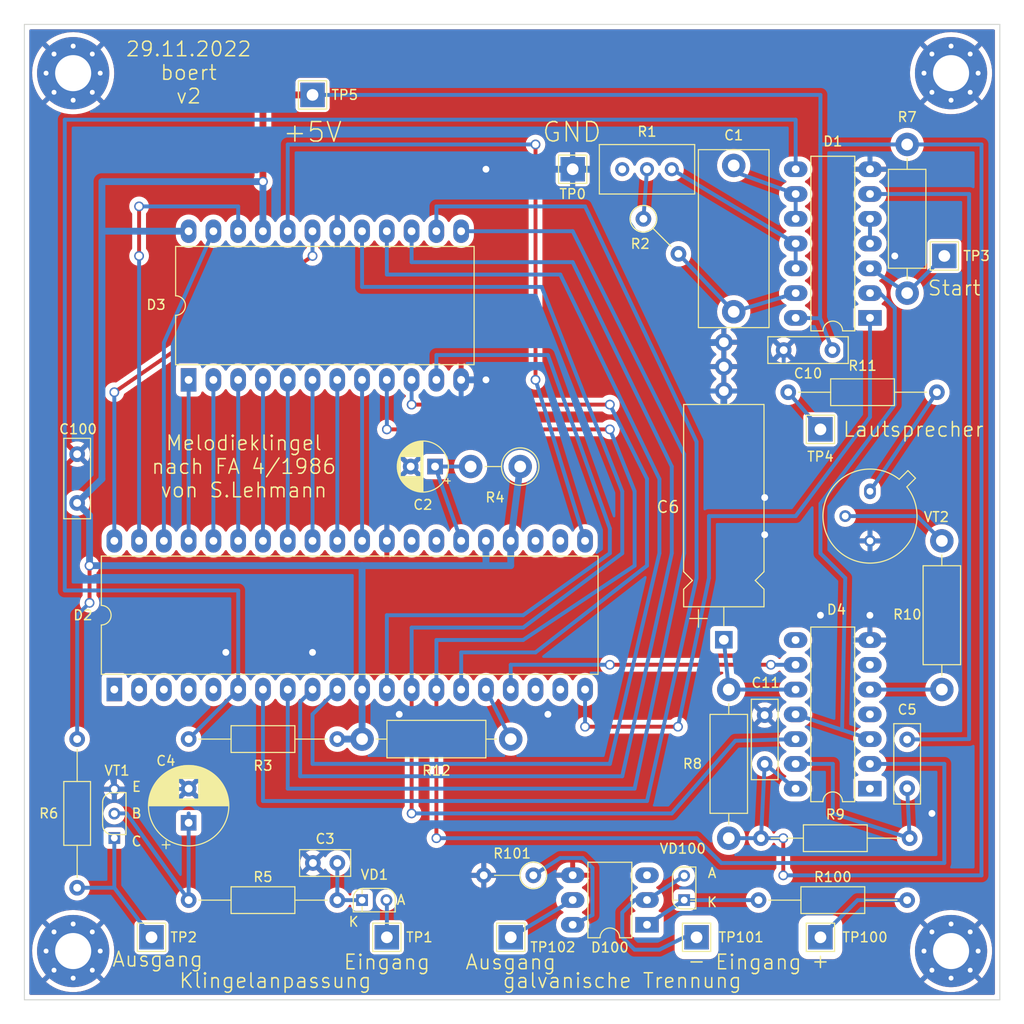
<source format=kicad_pcb>
(kicad_pcb (version 20211014) (generator pcbnew)
  (title_block (title "Melodieklingel") (date "29.11.22") (rev "2") (company "FA 4/86") (comment 1 "boert"))
  (layers (0 "F.Cu" signal) (31 "B.Cu" signal) (34 "B.Paste" user) (35 "F.Paste" user) (36 "B.SilkS" user "B.Silkscreen") (37 "F.SilkS" user "F.Silkscreen") (38 "B.Mask" user) (39 "F.Mask" user) (44 "Edge.Cuts" user))
  (net 0 "")
  (net 1 "GND")
  (net 2 "Net-(C2-Pad1)")
  (net 3 "Net-(C3-Pad1)")
  (net 4 "Net-(C4-Pad1)")
  (net 5 "+5V")
  (net 6 "Net-(C5-Pad2)")
  (net 7 "Net-(R10-Pad2)")
  (net 8 "Net-(R11-Pad1)")
  (net 9 "Net-(D1-Pad1)")
  (net 10 "Net-(TP1-Pad1)")
  (net 11 "/D7")
  (net 12 "/D0")
  (net 13 "/NMI")
  (net 14 "Net-(D1-Pad2)")
  (net 15 "Net-(D1-Pad3)")
  (net 21 "Net-(D1-Pad4)")
  (net 22 "Net-(D1-Pad8)")
  (net 23 "Net-(D2-Pad7)")
  (net 24 "Net-(D2-Pad8)")
  (net 25 "Net-(D2-Pad9)")
  (net 26 "Net-(D2-Pad10)")
  (net 27 "Net-(D2-Pad16)")
  (net 30 "Net-(D2-Pad12)")
  (net 35 "Net-(D2-Pad15)")
  (net 36 "Net-(D2-Pad21)")
  (net 37 "Net-(D2-Pad30)")
  (net 38 "Net-(D2-Pad31)")
  (net 39 "Net-(D2-Pad32)")
  (net 40 "Net-(D2-Pad33)")
  (net 41 "Net-(D2-Pad34)")
  (net 42 "Net-(D2-Pad35)")
  (net 43 "Net-(D2-Pad36)")
  (net 44 "Net-(D2-Pad37)")
  (net 45 "Net-(D2-Pad38)")
  (net 48 "Net-(D4-Pad5)")
  (net 51 "Net-(C1-Pad2)")
  (net 52 "Net-(D2-Pad39)")
  (net 53 "Net-(D2-Pad40)")
  (net 54 "Net-(C5-Pad1)")
  (net 55 "Net-(C1-Pad1)")
  (net 56 "Net-(R6-Pad1)")
  (net 57 "Net-(D1-Pad11)")
  (net 59 "Net-(R1-Pad2)")
  (net 60 "Net-(C6-Pad1)")
  (net 61 "Net-(LS1-Pad2)")
  (net 62 "Net-(D100-Pad1)")
  (net 63 "Net-(D100-Pad2)")
  (net 65 "Net-(D100-Pad6)")
  (net 66 "Net-(R100-Pad2)")
  (net 67 "Net-(D100-Pad5)")
  (footprint "Resistor_THT:R_Axial_DIN0207_L6.3mm_D2.5mm_P15.24mm_Horizontal" (layer "F.Cu") (at 132.08 128.27 180)
    (fp_text reference "R3")
    (fp_text value "330")
  )
  (footprint "Capacitor_THT:CP_Radial_D8.0mm_P3.50mm" (layer "F.Cu") (at 116.84 136.85 90)
    (fp_text reference "C4")
    (fp_text value "100µF")
  )
  (footprint "RFT_sonstiges:D_E-Line_P2.5mm_Vertical" (layer "F.Cu") (at 134.62 144.78)
    (property "Reference" "VD1")
    (property "Value" "SAY17")
    (fp_text reference "VD1")
    (fp_text value "SAY17")
  )
  (footprint "Capacitor_THT:C_Disc_D5.0mm_W2.5mm_P2.50mm" (layer "F.Cu") (at 132.08 140.97 180)
    (fp_text reference "C3")
    (fp_text value "10nF")
  )
  (footprint "MountingHole:MountingHole_3.7mm_Pad_Via" (layer "F.Cu") (at 195 150)
    (fp_text reference "H4" hide)
    (fp_text value "MountingHole_Pad" hide)
  )
  (footprint "Capacitor_THT:CP_Radial_D5.0mm_P2.50mm" (layer "F.Cu") (at 142.102651 100.33 180)
    (property "Reference" "C2")
    (property "Value" "47µF")
    (fp_text reference "C2")
    (fp_text value "47µF")
  )
  (footprint "Resistor_THT:R_Axial_DIN0411_L9.9mm_D3.6mm_P15.24mm_Horizontal" (layer "F.Cu") (at 194.056 123.19 90)
    (fp_text reference "R10")
    (fp_text value "470")
  )
  (footprint "TestPoint:TestPoint_THTPad_2.5x2.5mm_Drill1.2mm" (layer "F.Cu") (at 168.91 148.59)
    (fp_text reference "TP101")
    (fp_text value "-")
  )
  (footprint "MountingHole:MountingHole_3.7mm_Pad_Via" (layer "F.Cu") (at 105 60)
    (fp_text reference "H1" hide)
    (fp_text value "MountingHole_Pad" hide)
  )
  (footprint "Potentiometer_THT:Potentiometer_Bourns_3296W_Vertical" (layer "F.Cu") (at 166.37 69.85)
    (property "Reference" "R1")
    (property "Value" "100")
    (fp_text reference "R1")
    (fp_text value "100")
  )
  (footprint "Capacitor_THT:C_Disc_D8.0mm_W2.5mm_P5.00mm" (layer "F.Cu") (at 177.84 88.392)
    (fp_text reference "C10")
    (fp_text value "33nF")
  )
  (footprint "TestPoint:TestPoint_THTPad_2.5x2.5mm_Drill1.2mm" (layer "F.Cu") (at 156.21 69.85)
    (fp_text reference "TP0")
    (fp_text value "GND")
  )
  (footprint "Package_DIP:DIP-40_W15.24mm_LongPads" (layer "F.Cu") (at 109.22 123.19 90)
    (property "Reference" "D2")
    (property "Value" "U880D")
    (fp_text reference "D2")
    (fp_text value "U880D")
  )
  (footprint "Resistor_THT:R_Axial_DIN0411_L9.9mm_D3.6mm_P15.24mm_Horizontal" (layer "F.Cu") (at 134.62 128.27)
    (property "Reference" "R12")
    (property "Value" "1,2k")
    (fp_text reference "R12")
    (fp_text value "1,2k")
  )
  (footprint "TestPoint:TestPoint_THTPad_2.5x2.5mm_Drill1.2mm" (layer "F.Cu") (at 194.31 78.74)
    (fp_text reference "TP3")
    (fp_text value "Start")
  )
  (footprint "TestPoint:TestPoint_THTPad_2.5x2.5mm_Drill1.2mm" (layer "F.Cu") (at 129.54 62.23)
    (fp_text reference "TP5")
    (fp_text value "+5V")
  )
  (footprint "Capacitor_THT:C_Disc_D8.0mm_W2.5mm_P5.00mm" (layer "F.Cu") (at 105.41 99.06 -90)
    (fp_text reference "C100")
    (fp_text value "33nF")
  )
  (footprint "Package_DIP:DIP-24_W15.24mm_LongPads" (layer "F.Cu") (at 116.835 91.445 90)
    (property "Reference" "D3")
    (property "Value" "U2716")
    (fp_text reference "D3")
    (fp_text value "U2716")
  )
  (footprint "TestPoint:TestPoint_THTPad_2.5x2.5mm_Drill1.2mm" (layer "F.Cu") (at 181.61 148.59)
    (fp_text reference "TP100")
    (fp_text value "+")
  )
  (footprint "Resistor_THT:R_Axial_DIN0207_L6.3mm_D2.5mm_P15.24mm_Horizontal" (layer "F.Cu") (at 175.26 144.78)
    (fp_text reference "R100")
    (fp_text value "4,7k")
  )
  (footprint "Package_DIP:DIP-14_W7.62mm_LongPads" (layer "F.Cu") (at 186.69 85.09 180)
    (property "Reference" "D1")
    (property "Value" "D104D")
    (fp_text reference "D1")
    (fp_text value "D104D")
  )
  (footprint "TestPoint:TestPoint_THTPad_2.5x2.5mm_Drill1.2mm" (layer "F.Cu") (at 149.86 148.59)
    (fp_text reference "TP102")
    (fp_text value "Ausgang")
  )
  (footprint "RFT_sonstiges:CP_Axial_L21.0mm_D8.0mm_P28.00mm_Horizontal" (layer "F.Cu") (at 171.704 118.0865 90)
    (fp_text reference "C6")
    (fp_text value "10µF")
  )
  (footprint "Resistor_THT:R_Axial_DIN0207_L6.3mm_D2.5mm_P15.24mm_Horizontal" (layer "F.Cu") (at 193.548 92.71 180)
    (fp_text reference "R11")
    (fp_text value "11")
  )
  (footprint "RFT_sonstiges:T_E-Line_Wide_P2.5mm_Vertical" (layer "F.Cu") (at 109.22 137.16 90)
    (fp_text reference "VT1")
    (fp_text value "NPN")
  )
  (footprint "Capacitor_THT:C_Disc_D8.0mm_W2.5mm_P5.00mm" (layer "F.Cu") (at 190.5 128.31 -90)
    (fp_text reference "C5")
    (fp_text value "33nF")
  )
  (footprint "TestPoint:TestPoint_THTPad_2.5x2.5mm_Drill1.2mm" (layer "F.Cu") (at 181.61 96.52)
    (property "Reference" "TP4")
    (property "Value" "Lautsprecher")
    (fp_text reference "TP4")
    (fp_text value "Lautsprecher")
  )
  (footprint "Resistor_THT:R_Axial_DIN0411_L9.9mm_D3.6mm_P15.24mm_Horizontal" (layer "F.Cu") (at 190.5 82.55 90)
    (fp_text reference "R7")
    (fp_text value "1k")
  )
  (footprint "Package_TO_SOT_THT:TO-39-3" (layer "F.Cu") (at 186.69 102.87 -90)
    (property "Reference" "VT2")
    (property "Value" "SF126")
    (fp_text reference "VT2")
    (fp_text value "SF126")
  )
  (footprint "Resistor_THT:R_Axial_DIN0207_L6.3mm_D2.5mm_P5.08mm_Vertical" (layer "F.Cu") (at 152.175 142.24 180)
    (fp_text reference "R101")
    (fp_text value "1M")
  )
  (footprint "Resistor_THT:R_Axial_DIN0207_L6.3mm_D2.5mm_P5.08mm_Vertical" (layer "F.Cu") (at 163.463048 74.93 -45)
    (fp_text reference "R2")
    (fp_text value "180")
  )
  (footprint "Resistor_THT:R_Axial_DIN0207_L6.3mm_D2.5mm_P15.24mm_Horizontal" (layer "F.Cu") (at 105.41 143.51 90)
    (fp_text reference "R6")
    (fp_text value "10k")
  )
  (footprint "MountingHole:MountingHole_3.7mm_Pad_Via" (layer "F.Cu") (at 195 60)
    (fp_text reference "H2" hide)
    (fp_text value "MountingHole_Pad" hide)
  )
  (footprint "TestPoint:TestPoint_THTPad_2.5x2.5mm_Drill1.2mm" (layer "F.Cu") (at 113.03 148.59)
    (fp_text reference "TP2")
    (fp_text value "Ausgang")
  )
  (footprint "Resistor_THT:R_Axial_DIN0207_L6.3mm_D2.5mm_P15.24mm_Horizontal" (layer "F.Cu") (at 116.84 144.78)
    (fp_text reference "R5")
    (fp_text value "4,7k")
  )
  (footprint "Capacitor_THT:C_Rect_L18.0mm_W7.0mm_P15.00mm_FKS3_FKP3" (layer "F.Cu") (at 172.72 84.462 90)
    (property "Reference" "C1")
    (property "Value" "470nF")
    (fp_text reference "C1")
    (fp_text value "470pF")
  )
  (footprint "Package_DIP:DIP-14_W7.62mm_LongPads" (layer "F.Cu") (at 186.68 133.355 180)
    (property "Reference" "D4")
    (property "Value" "D174D")
    (fp_text reference "D4")
    (fp_text value "D174D")
  )
  (footprint "MountingHole:MountingHole_3.7mm_Pad_Via" (layer "F.Cu") (at 105 150)
    (fp_text reference "H3" hide)
    (fp_text value "MountingHole_Pad" hide)
  )
  (footprint "Package_DIP:DIP-6_W7.62mm_LongPads" (layer "F.Cu") (at 163.83 147.305 180)
    (fp_text reference "D100")
    (fp_text value "MB104")
  )
  (footprint "Resistor_THT:R_Axial_DIN0207_L6.3mm_D2.5mm_P15.24mm_Horizontal" (layer "F.Cu") (at 190.754 138.43 180)
    (fp_text reference "R9")
    (fp_text value "10k")
  )
  (footprint "RFT_sonstiges:D_E-Line_P2.5mm_Vertical" (layer "F.Cu") (at 167.64 144.78 90)
    (property "Reference" "VD1")
    (property "Value" "SAY17")
    (fp_text reference "VD100")
    (fp_text value "SAY17")
  )
  (footprint "Capacitor_THT:C_Disc_D8.0mm_W2.5mm_P5.00mm" (layer "F.Cu") (at 175.895 125.81 -90)
    (fp_text reference "C11")
    (fp_text value "33nF")
  )
  (footprint "Resistor_THT:R_Axial_DIN0411_L9.9mm_D3.6mm_P15.24mm_Horizontal" (layer "F.Cu") (at 172.212 123.19 -90)
    (fp_text reference "R8")
    (fp_text value "1k")
  )
  (footprint "TestPoint:TestPoint_THTPad_2.5x2.5mm_Drill1.2mm" (layer "F.Cu") (at 137.16 148.59)
    (fp_text reference "TP1")
    (fp_text value "Eingang")
  )
  (footprint "Resistor_THT:R_Axial_DIN0411_L9.9mm_D3.6mm_P5.08mm_Vertical" (layer "F.Cu") (at 150.83 100.33 180)
    (fp_text reference "R4")
    (fp_text value "1,2k")
  )
  (gr_line (start 100 155) (end 200 155) (layer "Edge.Cuts") (width 0.1))
  (gr_line (start 100 55) (end 100 155) (layer "Edge.Cuts") (width 0.1))
  (gr_line (start 200 55) (end 100 55) (layer "Edge.Cuts") (width 0.1))
  (gr_line (start 200 155) (end 200 55) (layer "Edge.Cuts") (width 0.1))
  (gr_text "galvanische Trennung" (at 161.29 153.035) (layer "F.SilkS") (effects (font (size 1.5 1.5))))
  (gr_text "29.11.2022\nboert\nv2" (at 116.84 59.944) (layer "F.SilkS") (effects (font (size 1.5 1.5))))
  (gr_text "Melodieklingel\nnach FA 4/1986\nvon S.Lehmann" (at 122.5 100.33) (layer "F.SilkS") (effects (font (size 1.5 1.5))))
  (gr_text "Klingelanpassung" (at 125.73 153.035) (layer "F.SilkS") (effects (font (size 1.5 1.5))))
  (gr_text "Eingang" (at 175.26 151.13) (layer "F.SilkS") (effects (font (size 1.5 1.5))))
  (segment (start 147.32 91.44) (end 147.32 69.85) (width 0.7) (layer "F.Cu") (net 1))
  (segment (start 127.762 119.38) (end 137.16 109.982) (width 0.4) (layer "F.Cu") (net 1))
  (segment (start 186.682496 115.577504) (end 181.61 115.57) (width 0.4) (layer "F.Cu") (net 1))
  (segment (start 175.895 107.315) (end 175.895 103.505) (width 0.7) (layer "F.Cu") (net 1))
  (segment (start 137.16 109.982) (end 137.16 107.95) (width 0.4) (layer "F.Cu") (net 1))
  (segment (start 120.65 119.38) (end 127.762 119.38) (width 0.4) (layer "F.Cu") (net 1))
  (via (at 175.895 103.505) (size 1) (drill 0.7) (layers "F.Cu" "B.Cu") (net 1))
  (via (at 175.895 107.315) (size 1) (drill 0.7) (layers "F.Cu" "B.Cu") (net 1))
  (via (at 147.32 69.85) (size 1) (drill 0.7) (layers "F.Cu" "B.Cu") (net 1))
  (via (at 129.54 119.38) (size 1) (drill 0.7) (layers "F.Cu" "B.Cu") (net 1))
  (via (at 147.32 91.44) (size 1) (drill 0.7) (layers "F.Cu" "B.Cu") (net 1))
  (via (at 181.61 115.57) (size 1) (drill 0.7) (layers "F.Cu" "B.Cu") (net 1))
  (via (at 189.23 78.74) (size 1) (drill 0.7) (layers "F.Cu" "B.Cu") (net 1))
  (via (at 153.67 125.73) (size 1) (drill 0.7) (layers "F.Cu" "B.Cu") (net 1))
  (via (at 120.65 119.38) (size 1) (drill 0.7) (layers "F.Cu" "B.Cu") (net 1))
  (via (at 193.04 135.89) (size 1) (drill 0.7) (layers "F.Cu" "B.Cu") (net 1))
  (via (at 186.682496 115.577504) (size 1) (drill 0.7) (layers "F.Cu" "B.Cu") (net 1))
  (via (at 138.43 125.73) (size 1) (drill 0.7) (layers "F.Cu" "B.Cu") (net 1))
  (segment (start 147.32 69.85) (end 158.115 69.85) (width 0.7) (layer "B.Cu") (net 1))
  (segment (start 177.84 90.17) (end 177.84 88.392) (width 0.4) (layer "B.Cu") (net 1))
  (segment (start 116.84 133.39) (end 109.22 133.35) (width 0.4) (layer "B.Cu") (net 1))
  (segment (start 132.075 76.205) (end 132.08 69.85) (width 0.4) (layer "B.Cu") (net 1))
  (segment (start 184.15 90.17) (end 177.84 90.17) (width 0.4) (layer "B.Cu") (net 1))
  (segment (start 175.895 103.505) (end 175.895 98.933) (width 0.7) (layer "B.Cu") (net 1))
  (segment (start 186.69 69.85) (end 184.15 69.85) (width 0.4) (layer "B.Cu") (net 1))
  (segment (start 175.895 98.933) (end 171.704 94.742) (width 0.7) (layer "B.Cu") (net 1))
  (segment (start 184.15 69.85) (end 184.15 90.17) (width 0.4) (layer "B.Cu") (net 1))
  (segment (start 175.895 115.57) (end 175.895 107.315) (width 0.7) (layer "B.Cu") (net 1))
  (segment (start 158.115 69.85) (end 170.18 87.63) (width 0.7) (layer "B.Cu") (net 1))
  (segment (start 186.68 118.115) (end 186.682496 115.577504) (width 0.4) (layer "B.Cu") (net 1))
  (segment (start 109.22 133.35) (end 106.68 123.19) (width 0.4) (layer "B.Cu") (net 1))
  (segment (start 106.68 119.38) (end 120.65 119.38) (width 0.4) (layer "B.Cu") (net 1))
  (segment (start 186.69 107.95) (end 186.682496 115.577504) (width 0.4) (layer "B.Cu") (net 1))
  (segment (start 132.08 69.85) (end 147.32 69.85) (width 0.4) (layer "B.Cu") (net 1))
  (segment (start 106.68 123.19) (end 106.68 119.38) (width 0.4) (layer "B.Cu") (net 1))
  (segment (start 170.18 87.63) (end 171.704 87.5865) (width 0.7) (layer "B.Cu") (net 1))
  (segment (start 144.775 91.445) (end 147.32 91.44) (width 0.7) (layer "B.Cu") (net 1))
  (segment (start 175.895 115.57) (end 181.61 115.57) (width 0.7) (layer "B.Cu") (net 1))
  (segment (start 171.704 94.742) (end 171.704 92.5865) (width 0.7) (layer "B.Cu") (net 1))
  (segment (start 145.75 100.33) (end 142.102651 100.33) (width 0.4) (layer "B.Cu") (net 2))
  (segment (start 144.78 107.95) (end 142.102651 100.33) (width 0.4) (layer "B.Cu") (net 2))
  (segment (start 132.08 144.78) (end 134.62 144.78) (width 0.4) (layer "B.Cu") (net 3))
  (segment (start 132.08 140.97) (end 132.08 144.78) (width 0.4) (layer "B.Cu") (net 3))
  (segment (start 116.84 144.78) (end 110.49 135.89) (width 0.4) (layer "B.Cu") (net 4))
  (segment (start 110.49 135.89) (end 109.22 135.89) (width 0.4) (layer "B.Cu") (net 4))
  (segment (start 116.84 135.89) (end 116.84 144.78) (width 0.4) (layer "B.Cu") (net 4))
  (segment (start 177.8 142.24) (end 177.8 138.43) (width 0.4) (layer "F.Cu") (net 5))
  (segment (start 106.68 114.3) (end 106.68 110.49) (width 0.4) (layer "F.Cu") (net 5))
  (segment (start 124.46 62.23) (end 129.54 62.23) (width 0.7) (layer "F.Cu") (net 5))
  (segment (start 124.46 62.23) (end 124.45786 71.11786) (width 0.7) (layer "F.Cu") (net 5))
  (via (at 177.8 142.24) (size 1) (drill 0.7) (layers "F.Cu" "B.Cu") (net 5))
  (via (at 177.8 138.43) (size 1) (drill 0.7) (layers "F.Cu" "B.Cu") (net 5))
  (via (at 124.45786 71.11786) (size 1) (drill 0.7) (layers "F.Cu" "B.Cu") (net 5))
  (via (at 106.68 114.3) (size 1) (drill 0.7) (layers "F.Cu" "B.Cu") (net 5))
  (via (at 106.68 110.49) (size 1) (drill 0.7) (layers "F.Cu" "B.Cu") (net 5))
  (segment (start 181.60216 67.30216) (end 181.61 62.23) (width 0.4) (layer "B.Cu") (net 5))
  (segment (start 177.8 142.24) (end 198.12 142.24) (width 0.4) (layer "B.Cu") (net 5))
  (segment (start 149.86 110.49) (end 149.86 107.95) (width 0.7) (layer "B.Cu") (net 5))
  (segment (start 190.5 67.31) (end 181.60216 67.30216) (width 0.4) (layer "B.Cu") (net 5))
  (segment (start 179.07 85.09) (end 181.574613 85.125387) (width 0.4) (layer "B.Cu") (net 5))
  (segment (start 134.62 110.49) (end 106.68 110.49) (width 0.7) (layer "B.Cu") (net 5))
  (segment (start 175.514 138.43) (end 175.895 130.81) (width 0.4) (layer "B.Cu") (net 5))
  (segment (start 198.12 142.24) (end 198.12 67.31) (width 0.4) (layer "B.Cu") (net 5))
  (segment (start 134.62 128.27) (end 132.08 128.27) (width 0.7) (layer "B.Cu") (net 5))
  (segment (start 147.32 107.95) (end 147.32 110.49) (width 0.7) (layer "B.Cu") (net 5))
  (segment (start 105.41 128.27) (end 105.41 115.57) (width 0.4) (layer "B.Cu") (net 5))
  (segment (start 106.68 105.33) (end 106.68 110.49) (width 0.7) (layer "B.Cu") (net 5))
  (segment (start 182.84 88.392) (end 181.574613 85.125387) (width 0.4) (layer "B.Cu") (net 5))
  (segment (start 149.86 107.95) (end 150.83 100.33) (width 0.7) (layer "B.Cu") (net 5))
  (segment (start 107.95 101.6) (end 107.949375 76.200625) (width 0.7) (layer "B.Cu") (net 5))
  (segment (start 181.574613 85.125387) (end 181.60216 67.30216) (width 0.4) (layer "B.Cu") (net 5))
  (segment (start 147.32 110.49) (end 134.62 110.49) (width 0.7) (layer "B.Cu") (net 5))
  (segment (start 177.8 138.43) (end 172.72 138.43) (width 0.4) (layer "B.Cu") (net 5))
  (segment (start 198.12 67.31) (end 190.5 67.31) (width 0.4) (layer "B.Cu") (net 5))
  (segment (start 116.835 76.205) (end 107.949375 76.200625) (width 0.7) (layer "B.Cu") (net 5))
  (segment (start 124.45786 71.11786) (end 124.455 76.205) (width 0.7) (layer "B.Cu") (net 5))
  (segment (start 134.62 113.03) (end 134.62 110.49) (width 0.7) (layer "B.Cu") (net 5))
  (segment (start 134.62 123.19) (end 134.62 128.27) (width 0.7) (layer "B.Cu") (net 5))
  (segment (start 107.95 76.2) (end 107.949375 76.200625) (width 0.7) (layer "B.Cu") (net 5))
  (segment (start 107.95 71.12) (end 107.95 76.2) (width 0.7) (layer "B.Cu") (net 5))
  (segment (start 147.32 110.49) (end 149.86 110.49) (width 0.7) (layer "B.Cu") (net 5))
  (segment (start 134.62 113.03) (end 134.62 123.19) (width 0.7) (layer "B.Cu") (net 5))
  (segment (start 105.41 115.57) (end 106.68 114.3) (width 0.4) (layer "B.Cu") (net 5))
  (segment (start 105.41 104.06) (end 107.95 101.6) (width 0.7) (layer "B.Cu") (net 5))
  (segment (start 181.61 62.23) (end 129.54 62.23) (width 0.4) (layer "B.Cu") (net 5))
  (segment (start 175.895 130.81) (end 179.06 133.355) (width 0.4) (layer "B.Cu") (net 5))
  (segment (start 124.45786 71.11786) (end 107.95 71.12) (width 0.7) (layer "B.Cu") (net 5))
  (segment (start 105.41 104.06) (end 106.68 105.33) (width 0.7) (layer "B.Cu") (net 5))
  (segment (start 190.754 138.43) (end 190.5 133.31) (width 0.4) (layer "B.Cu") (net 6))
  (segment (start 182.88 130.81) (end 182.88 135.89) (width 0.4) (layer "B.Cu") (net 6))
  (segment (start 179.06 130.815) (end 182.88 130.81) (width 0.4) (layer "B.Cu") (net 6))
  (segment (start 182.88 135.89) (end 190.754 138.43) (width 0.4) (layer "B.Cu") (net 6))
  (segment (start 191.516 105.41) (end 194.056 107.95) (width 0.4) (layer "B.Cu") (net 7))
  (segment (start 184.15 105.41) (end 191.516 105.41) (width 0.4) (layer "B.Cu") (net 7))
  (segment (start 186.69 102.87) (end 193.548 92.71) (width 0.4) (layer "B.Cu") (net 8))
  (segment (start 167.005 127) (end 157.48 127) (width 0.4) (layer "F.Cu") (net 9))
  (via (at 167.005 127) (size 1) (drill 0.7) (layers "F.Cu" "B.Cu") (net 9))
  (via (at 157.48 127) (size 1) (drill 0.7) (layers "F.Cu" "B.Cu") (net 9))
  (segment (start 157.48 127) (end 157.48 123.19) (width 0.4) (layer "B.Cu") (net 9))
  (segment (start 179.07 105.41) (end 186.69 95.25) (width 0.4) (layer "B.Cu") (net 9))
  (segment (start 170.18 111.76) (end 170.18 105.41) (width 0.4) (layer "B.Cu") (net 9))
  (segment (start 170.18 105.41) (end 179.07 105.41) (width 0.4) (layer "B.Cu") (net 9))
  (segment (start 167.005 127) (end 170.18 111.76) (width 0.4) (layer "B.Cu") (net 9))
  (segment (start 186.69 95.25) (end 186.69 85.09) (width 0.4) (layer "B.Cu") (net 9))
  (segment (start 137.16 144.78) (end 137.16 148.59) (width 0.4) (layer "B.Cu") (net 10))
  (segment (start 139.7 123.19) (end 139.7 135.89) (width 0.4) (layer "F.Cu") (net 11))
  (via (at 139.7 135.89) (size 1) (drill 0.7) (layers "F.Cu" "B.Cu") (net 11))
  (segment (start 151.13 116.84) (end 161.29 109.22) (width 0.4) (layer "B.Cu") (net 11))
  (segment (start 139.7 123.19) (end 139.7 116.84) (width 0.4) (layer "B.Cu") (net 11))
  (segment (start 179.06 128.275) (end 172.889333 128.439333) (width 0.4) (layer "B.Cu") (net 11))
  (segment (start 166.37 135.89) (end 172.889333 128.439333) (width 0.4) (layer "B.Cu") (net 11))
  (segment (start 161.29 109.22) (end 161.29 102.87) (width 0.4) (layer "B.Cu") (net 11))
  (segment (start 134.62 81.915) (end 134.615 76.205) (width 0.4) (layer "B.Cu") (net 11))
  (segment (start 153.035 81.915) (end 134.62 81.915) (width 0.4) (layer "B.Cu") (net 11))
  (segment (start 139.7 116.84) (end 151.13 116.84) (width 0.4) (layer "B.Cu") (net 11))
  (segment (start 139.7 135.89) (end 166.37 135.89) (width 0.4) (layer "B.Cu") (net 11))
  (segment (start 161.29 102.87) (end 153.035 81.915) (width 0.4) (layer "B.Cu") (net 11))
  (segment (start 142.24 123.19) (end 142.24 138.43) (width 0.4) (layer "F.Cu") (net 12))
  (segment (start 160.02 96.52) (end 137.16 96.52) (width 0.4) (layer "F.Cu") (net 12))
  (via (at 142.24 138.43) (size 1) (drill 0.7) (layers "F.Cu" "B.Cu") (net 12))
  (via (at 137.16 96.52) (size 1) (drill 0.7) (layers "F.Cu" "B.Cu") (net 12))
  (via (at 160.02 96.52) (size 1) (drill 0.7) (layers "F.Cu" "B.Cu") (net 12))
  (segment (start 162.56 110.49) (end 151.13 118.11) (width 0.4) (layer "B.Cu") (net 12))
  (segment (start 151.13 118.11) (end 142.24 118.11) (width 0.4) (layer "B.Cu") (net 12))
  (segment (start 142.24 118.11) (end 142.24 123.19) (width 0.4) (layer "B.Cu") (net 12))
  (segment (start 160.02 96.52) (end 162.56 102.87) (width 0.4) (layer "B.Cu") (net 12))
  (segment (start 171.45 140.97) (end 194.31 140.97) (width 0.4) (layer "B.Cu") (net 12))
  (segment (start 142.24 138.43) (end 168.91 138.43) (width 0.4) (layer "B.Cu") (net 12))
  (segment (start 137.16 96.52) (end 137.155 91.445) (width 0.4) (layer "B.Cu") (net 12))
  (segment (start 162.56 102.87) (end 162.56 110.49) (width 0.4) (layer "B.Cu") (net 12))
  (segment (start 194.31 140.97) (end 194.31 130.81) (width 0.4) (layer "B.Cu") (net 12))
  (segment (start 194.31 130.81) (end 186.68 130.815) (width 0.4) (layer "B.Cu") (net 12))
  (segment (start 168.91 138.43) (end 171.45 140.97) (width 0.4) (layer "B.Cu") (net 12))
  (segment (start 176.53 120.65) (end 160.02 120.65) (width 0.4) (layer "F.Cu") (net 13))
  (via (at 160.02 120.65) (size 1) (drill 0.7) (layers "F.Cu" "B.Cu") (net 13))
  (via (at 176.53 120.65) (size 1) (drill 0.7) (layers "F.Cu" "B.Cu") (net 13))
  (segment (start 160.02 120.65) (end 149.86 120.65) (width 0.4) (layer "B.Cu") (net 13))
  (segment (start 149.86 120.65) (end 149.86 123.19) (width 0.4) (layer "B.Cu") (net 13))
  (segment (start 179.06 120.655) (end 176.53 120.65) (width 0.4) (layer "B.Cu") (net 13))
  (segment (start 181.61 104.14) (end 181.61 109.22) (width 0.4) (layer "B.Cu") (net 14))
  (segment (start 189.23 84.074) (end 189.23 93.98) (width 0.4) (layer "B.Cu") (net 14))
  (segment (start 181.61 109.22) (end 184.15 111.76) (width 0.4) (layer "B.Cu") (net 14))
  (segment (start 189.23 93.98) (end 181.61 104.14) (width 0.4) (layer "B.Cu") (net 14))
  (segment (start 183.82625 127.32375) (end 179.06 125.735) (width 0.4) (layer "B.Cu") (net 14))
  (segment (start 187.706 82.55) (end 189.23 84.074) (width 0.4) (layer "B.Cu") (net 14))
  (segment (start 184.15 111.76) (end 183.82625 127.32375) (width 0.4) (layer "B.Cu") (net 14))
  (segment (start 186.68 128.275) (end 183.82625 127.32375) (width 0.4) (layer "B.Cu") (net 14))
  (segment (start 186.69 82.55) (end 187.706 82.55) (width 0.4) (layer "B.Cu") (net 14))
  (segment (start 190.5 82.55) (end 194.056 78.994) (width 0.4) (layer "B.Cu") (net 15))
  (segment (start 186.69 80.01) (end 190.5 82.55) (width 0.4) (layer "B.Cu") (net 15))
  (segment (start 194.056 78.994) (end 194.31 78.994) (width 0.4) (layer "B.Cu") (net 15))
  (segment (start 186.69 74.93) (end 186.69 77.47) (width 0.4) (layer "B.Cu") (net 21))
  (segment (start 121.92 123.19) (end 121.92 113.03) (width 0.4) (layer "B.Cu") (net 22))
  (segment (start 104.14 64.77) (end 179.07 64.77) (width 0.4) (layer "B.Cu") (net 22))
  (segment (start 121.92 113.03) (end 104.14 113.03) (width 0.4) (layer "B.Cu") (net 22))
  (segment (start 116.84 128.27) (end 121.92 123.19) (width 0.4) (layer "B.Cu") (net 22))
  (segment (start 104.14 113.03) (end 104.14 64.77) (width 0.4) (layer "B.Cu") (net 22))
  (segment (start 179.07 64.77) (end 179.07 69.85) (width 0.4) (layer "B.Cu") (net 22))
  (segment (start 168.91 97.79) (end 168.91 111.76) (width 0.4) (layer "B.Cu") (net 23))
  (segment (start 142.235 76.205) (end 142.24 73.66) (width 0.4) (layer "B.Cu") (net 23))
  (segment (start 142.24 73.66) (end 157.48 73.66) (width 0.4) (layer "B.Cu") (net 23))
  (segment (start 157.48 73.66) (end 168.91 97.79) (width 0.4) (layer "B.Cu") (net 23))
  (segment (start 163.83 134.62) (end 124.46 134.62) (width 0.4) (layer "B.Cu") (net 23))
  (segment (start 168.91 111.76) (end 163.83 134.62) (width 0.4) (layer "B.Cu") (net 23))
  (segment (start 124.46 134.62) (end 124.46 123.19) (width 0.4) (layer "B.Cu") (net 23))
  (segment (start 167.64 99.06) (end 156.21 76.2) (width 0.4) (layer "B.Cu") (net 24))
  (segment (start 156.21 76.2) (end 144.775 76.205) (width 0.4) (layer "B.Cu") (net 24))
  (segment (start 167.64 109.22) (end 167.64 99.06) (width 0.4) (layer "B.Cu") (net 24))
  (segment (start 127 133.35) (end 162.56 133.35) (width 0.4) (layer "B.Cu") (net 24))
  (segment (start 127 123.19) (end 127 133.35) (width 0.4) (layer "B.Cu") (net 24))
  (segment (start 162.56 133.35) (end 167.64 109.22) (width 0.4) (layer "B.Cu") (net 24))
  (segment (start 129.54 123.19) (end 128.27 124.46) (width 0.4) (layer "B.Cu") (net 25))
  (segment (start 128.27 124.46) (end 128.27 132.08) (width 0.4) (layer "B.Cu") (net 25))
  (segment (start 166.37 109.22) (end 166.37 100.33) (width 0.4) (layer "B.Cu") (net 25))
  (segment (start 128.27 132.08) (end 161.29 132.08) (width 0.4) (layer "B.Cu") (net 25))
  (segment (start 139.7 79.375) (end 139.695 76.205) (width 0.4) (layer "B.Cu") (net 25))
  (segment (start 166.37 100.33) (end 156.21 79.375) (width 0.4) (layer "B.Cu") (net 25))
  (segment (start 156.21 79.375) (end 139.7 79.375) (width 0.4) (layer "B.Cu") (net 25))
  (segment (start 161.29 132.08) (end 166.37 109.22) (width 0.4) (layer "B.Cu") (net 25))
  (segment (start 137.155 76.205) (end 137.16 80.645) (width 0.4) (layer "B.Cu") (net 26))
  (segment (start 154.94 80.645) (end 165.1 101.6) (width 0.4) (layer "B.Cu") (net 26))
  (segment (start 160.02 130.81) (end 129.54 130.81) (width 0.4) (layer "B.Cu") (net 26))
  (segment (start 129.54 125.73) (end 132.08 123.19) (width 0.4) (layer "B.Cu") (net 26))
  (segment (start 165.1 101.6) (end 165.1 109.22) (width 0.4) (layer "B.Cu") (net 26))
  (segment (start 129.54 130.81) (end 129.54 125.73) (width 0.4) (layer "B.Cu") (net 26))
  (segment (start 165.1 109.22) (end 160.02 130.81) (width 0.4) (layer "B.Cu") (net 26))
  (segment (start 137.16 80.645) (end 154.94 80.645) (width 0.4) (layer "B.Cu") (net 26))
  (segment (start 149.86 128.27) (end 147.32 123.19) (width 0.4) (layer "B.Cu") (net 27))
  (segment (start 160.02 109.22) (end 160.02 106.68) (width 0.4) (layer "B.Cu") (net 30))
  (segment (start 160.02 106.68) (end 153.67 88.9) (width 0.4) (layer "B.Cu") (net 30))
  (segment (start 137.16 123.19) (end 137.16 115.57) (width 0.4) (layer "B.Cu") (net 30))
  (segment (start 142.24 88.9) (end 142.235 91.445) (width 0.4) (layer "B.Cu") (net 30))
  (segment (start 153.67 88.9) (end 142.24 88.9) (width 0.4) (layer "B.Cu") (net 30))
  (segment (start 151.13 115.57) (end 160.02 109.22) (width 0.4) (layer "B.Cu") (net 30))
  (segment (start 137.16 115.57) (end 151.13 115.57) (width 0.4) (layer "B.Cu") (net 30))
  (segment (start 160.02 93.98) (end 139.7 93.98) (width 0.4) (layer "F.Cu") (net 35))
  (via (at 139.7 93.98) (size 1) (drill 0.7) (layers "F.Cu" "B.Cu") (net 35))
  (via (at 160.02 93.98) (size 1) (drill 0.7) (layers "F.Cu" "B.Cu") (net 35))
  (segment (start 163.83 101.6) (end 163.83 110.49) (width 0.4) (layer "B.Cu") (net 35))
  (segment (start 163.83 110.49) (end 152.4 119.38) (width 0.4) (layer "B.Cu") (net 35))
  (segment (start 152.4 119.38) (end 144.78 119.38) (width 0.4) (layer "B.Cu") (net 35))
  (segment (start 144.78 119.38) (end 144.78 123.19) (width 0.4) (layer "B.Cu") (net 35))
  (segment (start 160.02 93.98) (end 163.83 101.6) (width 0.4) (layer "B.Cu") (net 35))
  (segment (start 139.7 93.98) (end 139.695 91.445) (width 0.4) (layer "B.Cu") (net 35))
  (segment (start 152.4 91.44) (end 152.4 67.31) (width 0.4) (layer "F.Cu") (net 36))
  (via (at 152.4 91.44) (size 1) (drill 0.7) (layers "F.Cu" "B.Cu") (net 36))
  (via (at 152.4 67.31) (size 1) (drill 0.7) (layers "F.Cu" "B.Cu") (net 36))
  (segment (start 157.48 107.95) (end 152.4 91.44) (width 0.4) (layer "B.Cu") (net 36))
  (segment (start 152.4 67.31) (end 127 67.31) (width 0.4) (layer "B.Cu") (net 36))
  (segment (start 127 67.31) (end 126.995 76.205) (width 0.4) (layer "B.Cu") (net 36))
  (segment (start 134.62 107.95) (end 134.62 91.45) (width 0.4) (layer "B.Cu") (net 37))
  (segment (start 134.62 91.45) (end 134.615 91.445) (width 0.4) (layer "B.Cu") (net 37))
  (segment (start 132.08 91.45) (end 132.075 91.445) (width 0.4) (layer "B.Cu") (net 38))
  (segment (start 132.08 107.95) (end 132.08 91.45) (width 0.4) (layer "B.Cu") (net 38))
  (segment (start 129.54 91.45) (end 129.535 91.445) (width 0.4) (layer "B.Cu") (net 39))
  (segment (start 129.54 107.95) (end 129.54 91.45) (width 0.4) (layer "B.Cu") (net 39))
  (segment (start 127 107.95) (end 127 91.45) (width 0.4) (layer "B.Cu") (net 40))
  (segment (start 127 91.45) (end 126.995 91.445) (width 0.4) (layer "B.Cu") (net 40))
  (segment (start 124.46 91.45) (end 124.455 91.445) (width 0.4) (layer "B.Cu") (net 41))
  (segment (start 124.46 107.95) (end 124.46 91.45) (width 0.4) (layer "B.Cu") (net 41))
  (segment (start 121.92 91.45) (end 121.915 91.445) (width 0.4) (layer "B.Cu") (net 42))
  (segment (start 121.92 107.95) (end 121.92 91.45) (width 0.4) (layer "B.Cu") (net 42))
  (segment (start 119.375 91.445) (end 119.375 107.945) (width 0.4) (layer "B.Cu") (net 43))
  (segment (start 119.375 107.945) (end 119.38 107.95) (width 0.4) (layer "B.Cu") (net 43))
  (segment (start 116.84 91.45) (end 116.835 91.445) (width 0.4) (layer "B.Cu") (net 44))
  (segment (start 116.84 107.95) (end 116.84 91.45) (width 0.4) (layer "B.Cu") (net 44))
  (segment (start 114.3 87.63) (end 114.3 107.95) (width 0.4) (layer "B.Cu") (net 45))
  (segment (start 119.375 76.205) (end 114.3 87.63) (width 0.4) (layer "B.Cu") (net 45))
  (segment (start 194.056 123.19) (end 186.68 123.195) (width 0.4) (layer "B.Cu") (net 48))
  (segment (start 172.72 70.09) (end 179.07 72.39) (width 0.4) (layer "B.Cu") (net 51))
  (segment (start 179.07 74.93) (end 179.07 72.39) (width 0.4) (layer "B.Cu") (net 51))
  (segment (start 111.76 78.74) (end 111.76 73.66) (width 0.4) (layer "F.Cu") (net 52))
  (via (at 111.76 73.66) (size 1) (drill 0.7) (layers "F.Cu" "B.Cu") (net 52))
  (via (at 111.76 78.74) (size 1) (drill 0.7) (layers "F.Cu" "B.Cu") (net 52))
  (segment (start 111.76 73.66) (end 121.92 73.66) (width 0.4) (layer "B.Cu") (net 52))
  (segment (start 121.92 73.66) (end 121.915 76.205) (width 0.4) (layer "B.Cu") (net 52))
  (segment (start 111.76 107.95) (end 111.76 78.74) (width 0.4) (layer "B.Cu") (net 52))
  (segment (start 109.22 92.71) (end 129.54 78.74) (width 0.4) (layer "F.Cu") (net 53))
  (via (at 109.22 92.71) (size 1) (drill 0.7) (layers "F.Cu" "B.Cu") (net 53))
  (via (at 129.54 78.74) (size 1) (drill 0.7) (layers "F.Cu" "B.Cu") (net 53))
  (segment (start 129.54 78.74) (end 129.535 76.205) (width 0.4) (layer "B.Cu") (net 53))
  (segment (start 109.22 92.71) (end 109.22 107.95) (width 0.4) (layer "B.Cu") (net 53))
  (segment (start 196.85 72.39) (end 196.85 128.27) (width 0.4) (layer "B.Cu") (net 54))
  (segment (start 196.85 128.27) (end 190.5 128.31) (width 0.4) (layer "B.Cu") (net 54))
  (segment (start 186.69 72.39) (end 196.85 72.39) (width 0.4) (layer "B.Cu") (net 54))
  (segment (start 179.07 82.55) (end 172.72 84.462) (width 0.4) (layer "B.Cu") (net 55))
  (segment (start 172.72 84.462) (end 167.05515 78.522102) (width 0.4) (layer "B.Cu") (net 55))
  (segment (start 105.41 143.51) (end 109.22 143.51) (width 0.4) (layer "B.Cu") (net 56))
  (segment (start 109.22 143.51) (end 109.22 138.43) (width 0.4) (layer "B.Cu") (net 56))
  (segment (start 113.03 148.59) (end 109.22 143.51) (width 0.4) (layer "B.Cu") (net 56))
  (segment (start 179.07 77.47) (end 179.07 80.01) (width 0.4) (layer "B.Cu") (net 57))
  (segment (start 179.07 77.47) (end 166.37 69.85) (width 0.4) (layer "B.Cu") (net 57))
  (segment (start 163.463048 74.93) (end 163.83 69.85) (width 0.4) (layer "B.Cu") (net 59))
  (segment (start 179.06 123.195) (end 172.212 123.19) (width 0.4) (layer "B.Cu") (net 60))
  (segment (start 172.212 123.19) (end 171.704 118.0865) (width 0.4) (layer "B.Cu") (net 60))
  (segment (start 181.61 96.52) (end 178.308 92.71) (width 0.4) (layer "B.Cu") (net 61))
  (segment (start 163.83 147.305) (end 167.64 144.78) (width 0.4) (layer "B.Cu") (net 62))
  (segment (start 167.64 144.78) (end 175.26 144.78) (width 0.4) (layer "B.Cu") (net 62))
  (segment (start 161.29 148.59) (end 161.29 146.05) (width 0.4) (layer "B.Cu") (net 63))
  (segment (start 162.56 144.78) (end 163.83 144.765) (width 0.4) (layer "B.Cu") (net 63))
  (segment (start 167.64 148.59) (end 165.1 149.86) (width 0.4) (layer "B.Cu") (net 63))
  (segment (start 167.64 142.28) (end 163.83 144.765) (width 0.4) (layer "B.Cu") (net 63))
  (segment (start 161.29 146.05) (end 162.56 144.78) (width 0.4) (layer "B.Cu") (net 63))
  (segment (start 162.56 149.86) (end 161.29 148.59) (width 0.4) (layer "B.Cu") (net 63))
  (segment (start 165.1 149.86) (end 162.56 149.86) (width 0.4) (layer "B.Cu") (net 63))
  (segment (start 154.94 140.462) (end 157.226 140.462) (width 0.4) (layer "B.Cu") (net 65))
  (segment (start 158.242 146.304) (end 156.21 147.305) (width 0.4) (layer "B.Cu") (net 65))
  (segment (start 152.175 142.24) (end 154.94 140.462) (width 0.4) (layer "B.Cu") (net 65))
  (segment (start 157.226 140.462) (end 158.242 141.478) (width 0.4) (layer "B.Cu") (net 65))
  (segment (start 158.242 141.478) (end 158.242 146.304) (width 0.4) (layer "B.Cu") (net 65))
  (segment (start 185.42 144.78) (end 190.5 144.78) (width 0.4) (layer "B.Cu") (net 66))
  (segment (start 181.61 148.59) (end 185.42 144.78) (width 0.4) (layer "B.Cu") (net 66))
  (segment (start 156.21 144.765) (end 149.86 148.59) (width 0.4) (layer "B.Cu") (net 67))
  (segment (start 156.21 144.765) (end 156.195 144.78) (width 0.4) (layer "B.Cu") (net 67))
  (zone (net 1) (net_name "GND") (layer "F.Cu") (connect_pads (clearance 0.508)) (min_thickness 0.254) (fill yes (thermal_gap 0.508) (thermal_bridge_width 0.508))
    (polygon (pts (xy 200 157.5) (xy 100 157.5) (xy 100 52.5) (xy 200 52.5)))
  )
  (zone (net 1) (net_name "GND") (layer "B.Cu") (connect_pads (clearance 0.508)) (min_thickness 0.254) (fill yes (thermal_gap 0.508) (thermal_bridge_width 0.508))
    (polygon (pts (xy 202.5 155) (xy 97.5 155) (xy 97.5 55) (xy 202.5 55)))
  )
)
</source>
